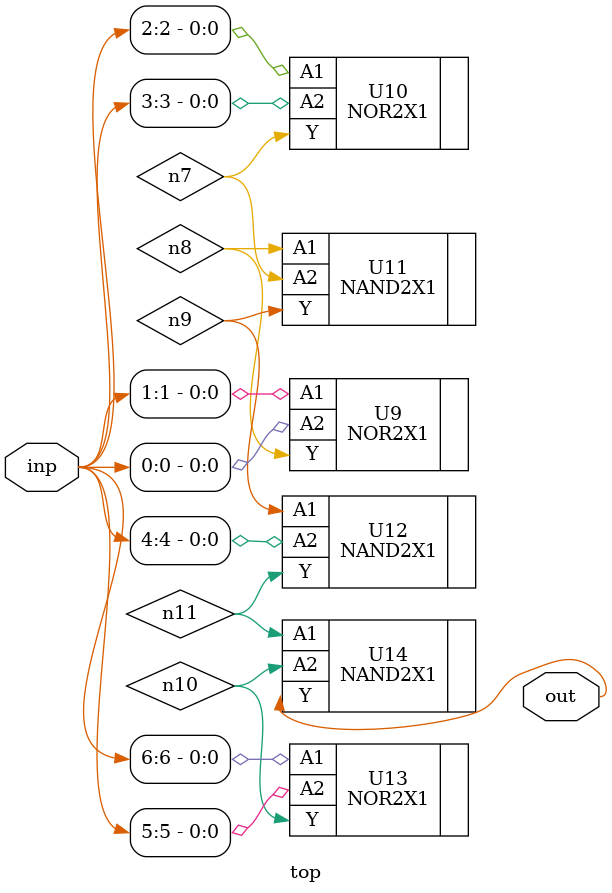
<source format=sv>


module top ( inp, out );
  input [6:0] inp;
  output out;
  wire   n7, n8, n9, n10, n11;

  NOR2X1 U9 ( .A1(inp[1]), .A2(inp[0]), .Y(n8) );
  NOR2X1 U10 ( .A1(inp[2]), .A2(inp[3]), .Y(n7) );
  NAND2X1 U11 ( .A1(n8), .A2(n7), .Y(n9) );
  NAND2X1 U12 ( .A1(n9), .A2(inp[4]), .Y(n11) );
  NOR2X1 U13 ( .A1(inp[6]), .A2(inp[5]), .Y(n10) );
  NAND2X1 U14 ( .A1(n11), .A2(n10), .Y(out) );
endmodule


</source>
